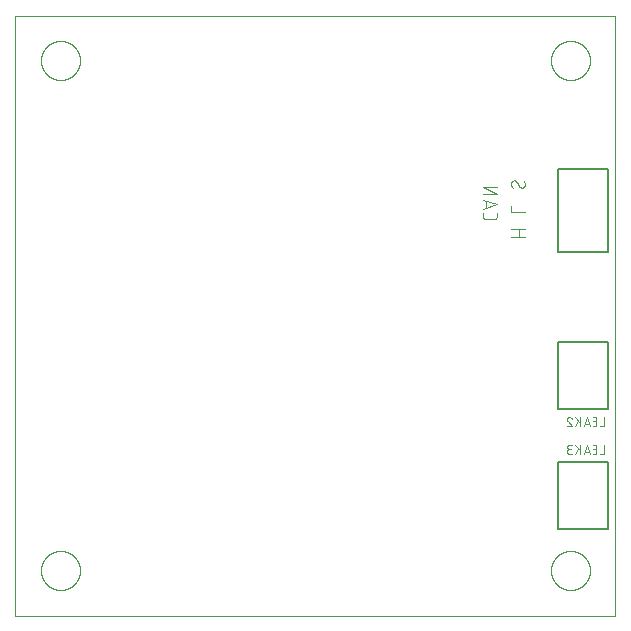
<source format=gbo>
G75*
%MOIN*%
%OFA0B0*%
%FSLAX25Y25*%
%IPPOS*%
%LPD*%
%AMOC8*
5,1,8,0,0,1.08239X$1,22.5*
%
%ADD10C,0.00300*%
%ADD11C,0.00400*%
%ADD12C,0.00000*%
%ADD13C,0.00500*%
D10*
X0270000Y0430000D02*
X0270000Y0630000D01*
X0470000Y0630000D01*
X0470000Y0430000D01*
X0270000Y0430000D01*
X0454675Y0483900D02*
X0455481Y0483900D01*
X0456607Y0483900D02*
X0457574Y0485672D01*
X0458218Y0485028D02*
X0456607Y0486800D01*
X0455481Y0486800D02*
X0454514Y0486800D01*
X0454465Y0486798D01*
X0454416Y0486792D01*
X0454367Y0486783D01*
X0454320Y0486770D01*
X0454273Y0486753D01*
X0454228Y0486733D01*
X0454185Y0486710D01*
X0454143Y0486683D01*
X0454104Y0486653D01*
X0454067Y0486620D01*
X0454033Y0486584D01*
X0454002Y0486546D01*
X0453973Y0486506D01*
X0453948Y0486464D01*
X0453926Y0486419D01*
X0453908Y0486374D01*
X0453893Y0486327D01*
X0453882Y0486279D01*
X0453874Y0486230D01*
X0453870Y0486181D01*
X0453870Y0486131D01*
X0453874Y0486082D01*
X0453882Y0486033D01*
X0453893Y0485985D01*
X0453908Y0485938D01*
X0453926Y0485893D01*
X0453948Y0485848D01*
X0453973Y0485806D01*
X0454002Y0485766D01*
X0454033Y0485728D01*
X0454067Y0485692D01*
X0454104Y0485659D01*
X0454143Y0485629D01*
X0454185Y0485602D01*
X0454228Y0485579D01*
X0454273Y0485559D01*
X0454320Y0485542D01*
X0454367Y0485529D01*
X0454416Y0485520D01*
X0454465Y0485514D01*
X0454514Y0485512D01*
X0454514Y0485511D02*
X0455158Y0485511D01*
X0454675Y0485512D02*
X0454620Y0485510D01*
X0454565Y0485504D01*
X0454511Y0485495D01*
X0454458Y0485482D01*
X0454405Y0485465D01*
X0454354Y0485445D01*
X0454304Y0485422D01*
X0454256Y0485395D01*
X0454210Y0485364D01*
X0454166Y0485331D01*
X0454125Y0485295D01*
X0454086Y0485256D01*
X0454050Y0485215D01*
X0454017Y0485171D01*
X0453986Y0485125D01*
X0453959Y0485077D01*
X0453936Y0485027D01*
X0453916Y0484976D01*
X0453899Y0484923D01*
X0453886Y0484870D01*
X0453877Y0484816D01*
X0453871Y0484761D01*
X0453869Y0484706D01*
X0453871Y0484651D01*
X0453877Y0484596D01*
X0453886Y0484542D01*
X0453899Y0484489D01*
X0453916Y0484436D01*
X0453936Y0484385D01*
X0453959Y0484335D01*
X0453986Y0484287D01*
X0454017Y0484241D01*
X0454050Y0484197D01*
X0454086Y0484156D01*
X0454125Y0484117D01*
X0454166Y0484081D01*
X0454210Y0484048D01*
X0454256Y0484017D01*
X0454304Y0483990D01*
X0454354Y0483967D01*
X0454405Y0483947D01*
X0454458Y0483930D01*
X0454511Y0483917D01*
X0454565Y0483908D01*
X0454620Y0483902D01*
X0454675Y0483900D01*
X0458218Y0483900D02*
X0458218Y0486800D01*
X0460435Y0486800D02*
X0459468Y0483900D01*
X0459710Y0484625D02*
X0461160Y0484625D01*
X0461402Y0483900D02*
X0460435Y0486800D01*
X0462346Y0486800D02*
X0463634Y0486800D01*
X0463634Y0483900D01*
X0462346Y0483900D01*
X0462668Y0485511D02*
X0463634Y0485511D01*
X0464842Y0483900D02*
X0466130Y0483900D01*
X0466130Y0486800D01*
X0466130Y0493200D02*
X0464842Y0493200D01*
X0463634Y0493200D02*
X0463634Y0496100D01*
X0462346Y0496100D01*
X0462668Y0494811D02*
X0463634Y0494811D01*
X0463634Y0493200D02*
X0462346Y0493200D01*
X0461402Y0493200D02*
X0460435Y0496100D01*
X0459468Y0493200D01*
X0459710Y0493925D02*
X0461160Y0493925D01*
X0458218Y0494328D02*
X0456607Y0496100D01*
X0457574Y0494972D02*
X0456607Y0493200D01*
X0455481Y0493200D02*
X0453870Y0493200D01*
X0455481Y0493200D02*
X0454111Y0494811D01*
X0454595Y0496100D02*
X0454654Y0496098D01*
X0454712Y0496093D01*
X0454770Y0496083D01*
X0454827Y0496071D01*
X0454883Y0496054D01*
X0454938Y0496035D01*
X0454992Y0496011D01*
X0455044Y0495985D01*
X0455094Y0495955D01*
X0455143Y0495922D01*
X0455189Y0495886D01*
X0455233Y0495847D01*
X0455274Y0495806D01*
X0455313Y0495762D01*
X0455349Y0495716D01*
X0455381Y0495667D01*
X0455411Y0495617D01*
X0455438Y0495565D01*
X0455461Y0495511D01*
X0455481Y0495456D01*
X0454111Y0494811D02*
X0454074Y0494848D01*
X0454040Y0494888D01*
X0454008Y0494930D01*
X0453980Y0494975D01*
X0453954Y0495021D01*
X0453932Y0495068D01*
X0453913Y0495117D01*
X0453897Y0495167D01*
X0453885Y0495218D01*
X0453876Y0495270D01*
X0453871Y0495322D01*
X0453869Y0495375D01*
X0453870Y0495375D02*
X0453872Y0495427D01*
X0453877Y0495478D01*
X0453887Y0495529D01*
X0453899Y0495579D01*
X0453916Y0495628D01*
X0453936Y0495676D01*
X0453959Y0495722D01*
X0453985Y0495767D01*
X0454015Y0495809D01*
X0454047Y0495850D01*
X0454082Y0495888D01*
X0454120Y0495923D01*
X0454161Y0495955D01*
X0454203Y0495985D01*
X0454248Y0496011D01*
X0454294Y0496034D01*
X0454342Y0496054D01*
X0454391Y0496071D01*
X0454441Y0496083D01*
X0454492Y0496093D01*
X0454543Y0496098D01*
X0454595Y0496100D01*
X0458218Y0496100D02*
X0458218Y0493200D01*
X0466130Y0493200D02*
X0466130Y0496100D01*
D11*
X0439800Y0556222D02*
X0435200Y0556222D01*
X0437756Y0556222D02*
X0437756Y0558778D01*
X0439800Y0558778D02*
X0435200Y0558778D01*
X0435200Y0564603D02*
X0435200Y0566647D01*
X0435200Y0564603D02*
X0439800Y0564603D01*
X0437883Y0573111D02*
X0437117Y0574517D01*
X0435200Y0574006D02*
X0435202Y0573916D01*
X0435207Y0573827D01*
X0435217Y0573738D01*
X0435230Y0573649D01*
X0435246Y0573561D01*
X0435267Y0573473D01*
X0435291Y0573387D01*
X0435318Y0573301D01*
X0435349Y0573217D01*
X0435384Y0573134D01*
X0435422Y0573053D01*
X0435463Y0572973D01*
X0435507Y0572896D01*
X0435555Y0572820D01*
X0435606Y0572746D01*
X0435660Y0572674D01*
X0435717Y0572605D01*
X0435776Y0572537D01*
X0435839Y0572473D01*
X0437116Y0574517D02*
X0437082Y0574571D01*
X0437045Y0574622D01*
X0437005Y0574671D01*
X0436962Y0574718D01*
X0436916Y0574761D01*
X0436868Y0574802D01*
X0436817Y0574840D01*
X0436764Y0574875D01*
X0436709Y0574907D01*
X0436652Y0574935D01*
X0436594Y0574959D01*
X0436534Y0574980D01*
X0436473Y0574997D01*
X0436411Y0575011D01*
X0436348Y0575020D01*
X0436285Y0575026D01*
X0436222Y0575028D01*
X0436160Y0575026D01*
X0436099Y0575021D01*
X0436038Y0575011D01*
X0435977Y0574998D01*
X0435918Y0574982D01*
X0435860Y0574962D01*
X0435803Y0574938D01*
X0435747Y0574911D01*
X0435693Y0574881D01*
X0435641Y0574847D01*
X0435592Y0574811D01*
X0435544Y0574771D01*
X0435499Y0574729D01*
X0435457Y0574684D01*
X0435417Y0574636D01*
X0435381Y0574587D01*
X0435347Y0574535D01*
X0435317Y0574481D01*
X0435290Y0574425D01*
X0435266Y0574368D01*
X0435246Y0574310D01*
X0435230Y0574251D01*
X0435217Y0574190D01*
X0435207Y0574129D01*
X0435202Y0574068D01*
X0435200Y0574006D01*
X0439417Y0574772D02*
X0439465Y0574705D01*
X0439510Y0574637D01*
X0439552Y0574566D01*
X0439590Y0574493D01*
X0439626Y0574419D01*
X0439659Y0574344D01*
X0439688Y0574267D01*
X0439714Y0574189D01*
X0439737Y0574110D01*
X0439756Y0574030D01*
X0439772Y0573949D01*
X0439784Y0573868D01*
X0439793Y0573786D01*
X0439798Y0573704D01*
X0439800Y0573622D01*
X0439798Y0573560D01*
X0439793Y0573499D01*
X0439783Y0573438D01*
X0439770Y0573377D01*
X0439754Y0573318D01*
X0439734Y0573260D01*
X0439710Y0573203D01*
X0439683Y0573147D01*
X0439653Y0573093D01*
X0439619Y0573041D01*
X0439583Y0572992D01*
X0439543Y0572944D01*
X0439501Y0572899D01*
X0439456Y0572857D01*
X0439408Y0572818D01*
X0439359Y0572781D01*
X0439307Y0572747D01*
X0439253Y0572717D01*
X0439197Y0572690D01*
X0439140Y0572666D01*
X0439082Y0572646D01*
X0439023Y0572630D01*
X0438962Y0572617D01*
X0438901Y0572607D01*
X0438840Y0572602D01*
X0438778Y0572600D01*
X0438715Y0572602D01*
X0438652Y0572608D01*
X0438589Y0572617D01*
X0438527Y0572631D01*
X0438466Y0572648D01*
X0438406Y0572669D01*
X0438348Y0572693D01*
X0438291Y0572721D01*
X0438236Y0572753D01*
X0438183Y0572788D01*
X0438132Y0572826D01*
X0438084Y0572867D01*
X0438038Y0572910D01*
X0437995Y0572957D01*
X0437955Y0573006D01*
X0437918Y0573057D01*
X0437884Y0573111D01*
X0430425Y0572984D02*
X0425825Y0572984D01*
X0430425Y0570429D01*
X0425825Y0570429D01*
X0425825Y0568590D02*
X0430425Y0567057D01*
X0425825Y0565523D01*
X0426975Y0565907D02*
X0426975Y0568207D01*
X0425825Y0564060D02*
X0425825Y0563038D01*
X0425827Y0562976D01*
X0425832Y0562915D01*
X0425842Y0562854D01*
X0425855Y0562793D01*
X0425871Y0562734D01*
X0425891Y0562676D01*
X0425915Y0562619D01*
X0425942Y0562563D01*
X0425972Y0562509D01*
X0426006Y0562457D01*
X0426042Y0562408D01*
X0426082Y0562360D01*
X0426124Y0562315D01*
X0426169Y0562273D01*
X0426217Y0562233D01*
X0426266Y0562197D01*
X0426318Y0562163D01*
X0426372Y0562133D01*
X0426428Y0562106D01*
X0426485Y0562082D01*
X0426543Y0562062D01*
X0426602Y0562046D01*
X0426663Y0562033D01*
X0426724Y0562023D01*
X0426785Y0562018D01*
X0426847Y0562016D01*
X0429403Y0562016D01*
X0429465Y0562018D01*
X0429526Y0562023D01*
X0429587Y0562033D01*
X0429648Y0562046D01*
X0429707Y0562062D01*
X0429765Y0562082D01*
X0429822Y0562106D01*
X0429878Y0562133D01*
X0429932Y0562163D01*
X0429984Y0562197D01*
X0430033Y0562233D01*
X0430081Y0562273D01*
X0430126Y0562315D01*
X0430168Y0562360D01*
X0430207Y0562408D01*
X0430244Y0562457D01*
X0430278Y0562509D01*
X0430308Y0562563D01*
X0430335Y0562619D01*
X0430359Y0562676D01*
X0430379Y0562734D01*
X0430395Y0562793D01*
X0430408Y0562854D01*
X0430418Y0562915D01*
X0430423Y0562976D01*
X0430425Y0563038D01*
X0430425Y0564060D01*
D12*
X0448500Y0615000D02*
X0448502Y0615161D01*
X0448508Y0615321D01*
X0448518Y0615482D01*
X0448532Y0615642D01*
X0448550Y0615802D01*
X0448571Y0615961D01*
X0448597Y0616120D01*
X0448627Y0616278D01*
X0448660Y0616435D01*
X0448698Y0616592D01*
X0448739Y0616747D01*
X0448784Y0616901D01*
X0448833Y0617054D01*
X0448886Y0617206D01*
X0448942Y0617357D01*
X0449003Y0617506D01*
X0449066Y0617654D01*
X0449134Y0617800D01*
X0449205Y0617944D01*
X0449279Y0618086D01*
X0449357Y0618227D01*
X0449439Y0618365D01*
X0449524Y0618502D01*
X0449612Y0618636D01*
X0449704Y0618768D01*
X0449799Y0618898D01*
X0449897Y0619026D01*
X0449998Y0619151D01*
X0450102Y0619273D01*
X0450209Y0619393D01*
X0450319Y0619510D01*
X0450432Y0619625D01*
X0450548Y0619736D01*
X0450667Y0619845D01*
X0450788Y0619950D01*
X0450912Y0620053D01*
X0451038Y0620153D01*
X0451166Y0620249D01*
X0451297Y0620342D01*
X0451431Y0620432D01*
X0451566Y0620519D01*
X0451704Y0620602D01*
X0451843Y0620682D01*
X0451985Y0620758D01*
X0452128Y0620831D01*
X0452273Y0620900D01*
X0452420Y0620966D01*
X0452568Y0621028D01*
X0452718Y0621086D01*
X0452869Y0621141D01*
X0453022Y0621192D01*
X0453176Y0621239D01*
X0453331Y0621282D01*
X0453487Y0621321D01*
X0453643Y0621357D01*
X0453801Y0621388D01*
X0453959Y0621416D01*
X0454118Y0621440D01*
X0454278Y0621460D01*
X0454438Y0621476D01*
X0454598Y0621488D01*
X0454759Y0621496D01*
X0454920Y0621500D01*
X0455080Y0621500D01*
X0455241Y0621496D01*
X0455402Y0621488D01*
X0455562Y0621476D01*
X0455722Y0621460D01*
X0455882Y0621440D01*
X0456041Y0621416D01*
X0456199Y0621388D01*
X0456357Y0621357D01*
X0456513Y0621321D01*
X0456669Y0621282D01*
X0456824Y0621239D01*
X0456978Y0621192D01*
X0457131Y0621141D01*
X0457282Y0621086D01*
X0457432Y0621028D01*
X0457580Y0620966D01*
X0457727Y0620900D01*
X0457872Y0620831D01*
X0458015Y0620758D01*
X0458157Y0620682D01*
X0458296Y0620602D01*
X0458434Y0620519D01*
X0458569Y0620432D01*
X0458703Y0620342D01*
X0458834Y0620249D01*
X0458962Y0620153D01*
X0459088Y0620053D01*
X0459212Y0619950D01*
X0459333Y0619845D01*
X0459452Y0619736D01*
X0459568Y0619625D01*
X0459681Y0619510D01*
X0459791Y0619393D01*
X0459898Y0619273D01*
X0460002Y0619151D01*
X0460103Y0619026D01*
X0460201Y0618898D01*
X0460296Y0618768D01*
X0460388Y0618636D01*
X0460476Y0618502D01*
X0460561Y0618365D01*
X0460643Y0618227D01*
X0460721Y0618086D01*
X0460795Y0617944D01*
X0460866Y0617800D01*
X0460934Y0617654D01*
X0460997Y0617506D01*
X0461058Y0617357D01*
X0461114Y0617206D01*
X0461167Y0617054D01*
X0461216Y0616901D01*
X0461261Y0616747D01*
X0461302Y0616592D01*
X0461340Y0616435D01*
X0461373Y0616278D01*
X0461403Y0616120D01*
X0461429Y0615961D01*
X0461450Y0615802D01*
X0461468Y0615642D01*
X0461482Y0615482D01*
X0461492Y0615321D01*
X0461498Y0615161D01*
X0461500Y0615000D01*
X0461498Y0614839D01*
X0461492Y0614679D01*
X0461482Y0614518D01*
X0461468Y0614358D01*
X0461450Y0614198D01*
X0461429Y0614039D01*
X0461403Y0613880D01*
X0461373Y0613722D01*
X0461340Y0613565D01*
X0461302Y0613408D01*
X0461261Y0613253D01*
X0461216Y0613099D01*
X0461167Y0612946D01*
X0461114Y0612794D01*
X0461058Y0612643D01*
X0460997Y0612494D01*
X0460934Y0612346D01*
X0460866Y0612200D01*
X0460795Y0612056D01*
X0460721Y0611914D01*
X0460643Y0611773D01*
X0460561Y0611635D01*
X0460476Y0611498D01*
X0460388Y0611364D01*
X0460296Y0611232D01*
X0460201Y0611102D01*
X0460103Y0610974D01*
X0460002Y0610849D01*
X0459898Y0610727D01*
X0459791Y0610607D01*
X0459681Y0610490D01*
X0459568Y0610375D01*
X0459452Y0610264D01*
X0459333Y0610155D01*
X0459212Y0610050D01*
X0459088Y0609947D01*
X0458962Y0609847D01*
X0458834Y0609751D01*
X0458703Y0609658D01*
X0458569Y0609568D01*
X0458434Y0609481D01*
X0458296Y0609398D01*
X0458157Y0609318D01*
X0458015Y0609242D01*
X0457872Y0609169D01*
X0457727Y0609100D01*
X0457580Y0609034D01*
X0457432Y0608972D01*
X0457282Y0608914D01*
X0457131Y0608859D01*
X0456978Y0608808D01*
X0456824Y0608761D01*
X0456669Y0608718D01*
X0456513Y0608679D01*
X0456357Y0608643D01*
X0456199Y0608612D01*
X0456041Y0608584D01*
X0455882Y0608560D01*
X0455722Y0608540D01*
X0455562Y0608524D01*
X0455402Y0608512D01*
X0455241Y0608504D01*
X0455080Y0608500D01*
X0454920Y0608500D01*
X0454759Y0608504D01*
X0454598Y0608512D01*
X0454438Y0608524D01*
X0454278Y0608540D01*
X0454118Y0608560D01*
X0453959Y0608584D01*
X0453801Y0608612D01*
X0453643Y0608643D01*
X0453487Y0608679D01*
X0453331Y0608718D01*
X0453176Y0608761D01*
X0453022Y0608808D01*
X0452869Y0608859D01*
X0452718Y0608914D01*
X0452568Y0608972D01*
X0452420Y0609034D01*
X0452273Y0609100D01*
X0452128Y0609169D01*
X0451985Y0609242D01*
X0451843Y0609318D01*
X0451704Y0609398D01*
X0451566Y0609481D01*
X0451431Y0609568D01*
X0451297Y0609658D01*
X0451166Y0609751D01*
X0451038Y0609847D01*
X0450912Y0609947D01*
X0450788Y0610050D01*
X0450667Y0610155D01*
X0450548Y0610264D01*
X0450432Y0610375D01*
X0450319Y0610490D01*
X0450209Y0610607D01*
X0450102Y0610727D01*
X0449998Y0610849D01*
X0449897Y0610974D01*
X0449799Y0611102D01*
X0449704Y0611232D01*
X0449612Y0611364D01*
X0449524Y0611498D01*
X0449439Y0611635D01*
X0449357Y0611773D01*
X0449279Y0611914D01*
X0449205Y0612056D01*
X0449134Y0612200D01*
X0449066Y0612346D01*
X0449003Y0612494D01*
X0448942Y0612643D01*
X0448886Y0612794D01*
X0448833Y0612946D01*
X0448784Y0613099D01*
X0448739Y0613253D01*
X0448698Y0613408D01*
X0448660Y0613565D01*
X0448627Y0613722D01*
X0448597Y0613880D01*
X0448571Y0614039D01*
X0448550Y0614198D01*
X0448532Y0614358D01*
X0448518Y0614518D01*
X0448508Y0614679D01*
X0448502Y0614839D01*
X0448500Y0615000D01*
X0448500Y0445000D02*
X0448502Y0445161D01*
X0448508Y0445321D01*
X0448518Y0445482D01*
X0448532Y0445642D01*
X0448550Y0445802D01*
X0448571Y0445961D01*
X0448597Y0446120D01*
X0448627Y0446278D01*
X0448660Y0446435D01*
X0448698Y0446592D01*
X0448739Y0446747D01*
X0448784Y0446901D01*
X0448833Y0447054D01*
X0448886Y0447206D01*
X0448942Y0447357D01*
X0449003Y0447506D01*
X0449066Y0447654D01*
X0449134Y0447800D01*
X0449205Y0447944D01*
X0449279Y0448086D01*
X0449357Y0448227D01*
X0449439Y0448365D01*
X0449524Y0448502D01*
X0449612Y0448636D01*
X0449704Y0448768D01*
X0449799Y0448898D01*
X0449897Y0449026D01*
X0449998Y0449151D01*
X0450102Y0449273D01*
X0450209Y0449393D01*
X0450319Y0449510D01*
X0450432Y0449625D01*
X0450548Y0449736D01*
X0450667Y0449845D01*
X0450788Y0449950D01*
X0450912Y0450053D01*
X0451038Y0450153D01*
X0451166Y0450249D01*
X0451297Y0450342D01*
X0451431Y0450432D01*
X0451566Y0450519D01*
X0451704Y0450602D01*
X0451843Y0450682D01*
X0451985Y0450758D01*
X0452128Y0450831D01*
X0452273Y0450900D01*
X0452420Y0450966D01*
X0452568Y0451028D01*
X0452718Y0451086D01*
X0452869Y0451141D01*
X0453022Y0451192D01*
X0453176Y0451239D01*
X0453331Y0451282D01*
X0453487Y0451321D01*
X0453643Y0451357D01*
X0453801Y0451388D01*
X0453959Y0451416D01*
X0454118Y0451440D01*
X0454278Y0451460D01*
X0454438Y0451476D01*
X0454598Y0451488D01*
X0454759Y0451496D01*
X0454920Y0451500D01*
X0455080Y0451500D01*
X0455241Y0451496D01*
X0455402Y0451488D01*
X0455562Y0451476D01*
X0455722Y0451460D01*
X0455882Y0451440D01*
X0456041Y0451416D01*
X0456199Y0451388D01*
X0456357Y0451357D01*
X0456513Y0451321D01*
X0456669Y0451282D01*
X0456824Y0451239D01*
X0456978Y0451192D01*
X0457131Y0451141D01*
X0457282Y0451086D01*
X0457432Y0451028D01*
X0457580Y0450966D01*
X0457727Y0450900D01*
X0457872Y0450831D01*
X0458015Y0450758D01*
X0458157Y0450682D01*
X0458296Y0450602D01*
X0458434Y0450519D01*
X0458569Y0450432D01*
X0458703Y0450342D01*
X0458834Y0450249D01*
X0458962Y0450153D01*
X0459088Y0450053D01*
X0459212Y0449950D01*
X0459333Y0449845D01*
X0459452Y0449736D01*
X0459568Y0449625D01*
X0459681Y0449510D01*
X0459791Y0449393D01*
X0459898Y0449273D01*
X0460002Y0449151D01*
X0460103Y0449026D01*
X0460201Y0448898D01*
X0460296Y0448768D01*
X0460388Y0448636D01*
X0460476Y0448502D01*
X0460561Y0448365D01*
X0460643Y0448227D01*
X0460721Y0448086D01*
X0460795Y0447944D01*
X0460866Y0447800D01*
X0460934Y0447654D01*
X0460997Y0447506D01*
X0461058Y0447357D01*
X0461114Y0447206D01*
X0461167Y0447054D01*
X0461216Y0446901D01*
X0461261Y0446747D01*
X0461302Y0446592D01*
X0461340Y0446435D01*
X0461373Y0446278D01*
X0461403Y0446120D01*
X0461429Y0445961D01*
X0461450Y0445802D01*
X0461468Y0445642D01*
X0461482Y0445482D01*
X0461492Y0445321D01*
X0461498Y0445161D01*
X0461500Y0445000D01*
X0461498Y0444839D01*
X0461492Y0444679D01*
X0461482Y0444518D01*
X0461468Y0444358D01*
X0461450Y0444198D01*
X0461429Y0444039D01*
X0461403Y0443880D01*
X0461373Y0443722D01*
X0461340Y0443565D01*
X0461302Y0443408D01*
X0461261Y0443253D01*
X0461216Y0443099D01*
X0461167Y0442946D01*
X0461114Y0442794D01*
X0461058Y0442643D01*
X0460997Y0442494D01*
X0460934Y0442346D01*
X0460866Y0442200D01*
X0460795Y0442056D01*
X0460721Y0441914D01*
X0460643Y0441773D01*
X0460561Y0441635D01*
X0460476Y0441498D01*
X0460388Y0441364D01*
X0460296Y0441232D01*
X0460201Y0441102D01*
X0460103Y0440974D01*
X0460002Y0440849D01*
X0459898Y0440727D01*
X0459791Y0440607D01*
X0459681Y0440490D01*
X0459568Y0440375D01*
X0459452Y0440264D01*
X0459333Y0440155D01*
X0459212Y0440050D01*
X0459088Y0439947D01*
X0458962Y0439847D01*
X0458834Y0439751D01*
X0458703Y0439658D01*
X0458569Y0439568D01*
X0458434Y0439481D01*
X0458296Y0439398D01*
X0458157Y0439318D01*
X0458015Y0439242D01*
X0457872Y0439169D01*
X0457727Y0439100D01*
X0457580Y0439034D01*
X0457432Y0438972D01*
X0457282Y0438914D01*
X0457131Y0438859D01*
X0456978Y0438808D01*
X0456824Y0438761D01*
X0456669Y0438718D01*
X0456513Y0438679D01*
X0456357Y0438643D01*
X0456199Y0438612D01*
X0456041Y0438584D01*
X0455882Y0438560D01*
X0455722Y0438540D01*
X0455562Y0438524D01*
X0455402Y0438512D01*
X0455241Y0438504D01*
X0455080Y0438500D01*
X0454920Y0438500D01*
X0454759Y0438504D01*
X0454598Y0438512D01*
X0454438Y0438524D01*
X0454278Y0438540D01*
X0454118Y0438560D01*
X0453959Y0438584D01*
X0453801Y0438612D01*
X0453643Y0438643D01*
X0453487Y0438679D01*
X0453331Y0438718D01*
X0453176Y0438761D01*
X0453022Y0438808D01*
X0452869Y0438859D01*
X0452718Y0438914D01*
X0452568Y0438972D01*
X0452420Y0439034D01*
X0452273Y0439100D01*
X0452128Y0439169D01*
X0451985Y0439242D01*
X0451843Y0439318D01*
X0451704Y0439398D01*
X0451566Y0439481D01*
X0451431Y0439568D01*
X0451297Y0439658D01*
X0451166Y0439751D01*
X0451038Y0439847D01*
X0450912Y0439947D01*
X0450788Y0440050D01*
X0450667Y0440155D01*
X0450548Y0440264D01*
X0450432Y0440375D01*
X0450319Y0440490D01*
X0450209Y0440607D01*
X0450102Y0440727D01*
X0449998Y0440849D01*
X0449897Y0440974D01*
X0449799Y0441102D01*
X0449704Y0441232D01*
X0449612Y0441364D01*
X0449524Y0441498D01*
X0449439Y0441635D01*
X0449357Y0441773D01*
X0449279Y0441914D01*
X0449205Y0442056D01*
X0449134Y0442200D01*
X0449066Y0442346D01*
X0449003Y0442494D01*
X0448942Y0442643D01*
X0448886Y0442794D01*
X0448833Y0442946D01*
X0448784Y0443099D01*
X0448739Y0443253D01*
X0448698Y0443408D01*
X0448660Y0443565D01*
X0448627Y0443722D01*
X0448597Y0443880D01*
X0448571Y0444039D01*
X0448550Y0444198D01*
X0448532Y0444358D01*
X0448518Y0444518D01*
X0448508Y0444679D01*
X0448502Y0444839D01*
X0448500Y0445000D01*
X0278500Y0445000D02*
X0278502Y0445161D01*
X0278508Y0445321D01*
X0278518Y0445482D01*
X0278532Y0445642D01*
X0278550Y0445802D01*
X0278571Y0445961D01*
X0278597Y0446120D01*
X0278627Y0446278D01*
X0278660Y0446435D01*
X0278698Y0446592D01*
X0278739Y0446747D01*
X0278784Y0446901D01*
X0278833Y0447054D01*
X0278886Y0447206D01*
X0278942Y0447357D01*
X0279003Y0447506D01*
X0279066Y0447654D01*
X0279134Y0447800D01*
X0279205Y0447944D01*
X0279279Y0448086D01*
X0279357Y0448227D01*
X0279439Y0448365D01*
X0279524Y0448502D01*
X0279612Y0448636D01*
X0279704Y0448768D01*
X0279799Y0448898D01*
X0279897Y0449026D01*
X0279998Y0449151D01*
X0280102Y0449273D01*
X0280209Y0449393D01*
X0280319Y0449510D01*
X0280432Y0449625D01*
X0280548Y0449736D01*
X0280667Y0449845D01*
X0280788Y0449950D01*
X0280912Y0450053D01*
X0281038Y0450153D01*
X0281166Y0450249D01*
X0281297Y0450342D01*
X0281431Y0450432D01*
X0281566Y0450519D01*
X0281704Y0450602D01*
X0281843Y0450682D01*
X0281985Y0450758D01*
X0282128Y0450831D01*
X0282273Y0450900D01*
X0282420Y0450966D01*
X0282568Y0451028D01*
X0282718Y0451086D01*
X0282869Y0451141D01*
X0283022Y0451192D01*
X0283176Y0451239D01*
X0283331Y0451282D01*
X0283487Y0451321D01*
X0283643Y0451357D01*
X0283801Y0451388D01*
X0283959Y0451416D01*
X0284118Y0451440D01*
X0284278Y0451460D01*
X0284438Y0451476D01*
X0284598Y0451488D01*
X0284759Y0451496D01*
X0284920Y0451500D01*
X0285080Y0451500D01*
X0285241Y0451496D01*
X0285402Y0451488D01*
X0285562Y0451476D01*
X0285722Y0451460D01*
X0285882Y0451440D01*
X0286041Y0451416D01*
X0286199Y0451388D01*
X0286357Y0451357D01*
X0286513Y0451321D01*
X0286669Y0451282D01*
X0286824Y0451239D01*
X0286978Y0451192D01*
X0287131Y0451141D01*
X0287282Y0451086D01*
X0287432Y0451028D01*
X0287580Y0450966D01*
X0287727Y0450900D01*
X0287872Y0450831D01*
X0288015Y0450758D01*
X0288157Y0450682D01*
X0288296Y0450602D01*
X0288434Y0450519D01*
X0288569Y0450432D01*
X0288703Y0450342D01*
X0288834Y0450249D01*
X0288962Y0450153D01*
X0289088Y0450053D01*
X0289212Y0449950D01*
X0289333Y0449845D01*
X0289452Y0449736D01*
X0289568Y0449625D01*
X0289681Y0449510D01*
X0289791Y0449393D01*
X0289898Y0449273D01*
X0290002Y0449151D01*
X0290103Y0449026D01*
X0290201Y0448898D01*
X0290296Y0448768D01*
X0290388Y0448636D01*
X0290476Y0448502D01*
X0290561Y0448365D01*
X0290643Y0448227D01*
X0290721Y0448086D01*
X0290795Y0447944D01*
X0290866Y0447800D01*
X0290934Y0447654D01*
X0290997Y0447506D01*
X0291058Y0447357D01*
X0291114Y0447206D01*
X0291167Y0447054D01*
X0291216Y0446901D01*
X0291261Y0446747D01*
X0291302Y0446592D01*
X0291340Y0446435D01*
X0291373Y0446278D01*
X0291403Y0446120D01*
X0291429Y0445961D01*
X0291450Y0445802D01*
X0291468Y0445642D01*
X0291482Y0445482D01*
X0291492Y0445321D01*
X0291498Y0445161D01*
X0291500Y0445000D01*
X0291498Y0444839D01*
X0291492Y0444679D01*
X0291482Y0444518D01*
X0291468Y0444358D01*
X0291450Y0444198D01*
X0291429Y0444039D01*
X0291403Y0443880D01*
X0291373Y0443722D01*
X0291340Y0443565D01*
X0291302Y0443408D01*
X0291261Y0443253D01*
X0291216Y0443099D01*
X0291167Y0442946D01*
X0291114Y0442794D01*
X0291058Y0442643D01*
X0290997Y0442494D01*
X0290934Y0442346D01*
X0290866Y0442200D01*
X0290795Y0442056D01*
X0290721Y0441914D01*
X0290643Y0441773D01*
X0290561Y0441635D01*
X0290476Y0441498D01*
X0290388Y0441364D01*
X0290296Y0441232D01*
X0290201Y0441102D01*
X0290103Y0440974D01*
X0290002Y0440849D01*
X0289898Y0440727D01*
X0289791Y0440607D01*
X0289681Y0440490D01*
X0289568Y0440375D01*
X0289452Y0440264D01*
X0289333Y0440155D01*
X0289212Y0440050D01*
X0289088Y0439947D01*
X0288962Y0439847D01*
X0288834Y0439751D01*
X0288703Y0439658D01*
X0288569Y0439568D01*
X0288434Y0439481D01*
X0288296Y0439398D01*
X0288157Y0439318D01*
X0288015Y0439242D01*
X0287872Y0439169D01*
X0287727Y0439100D01*
X0287580Y0439034D01*
X0287432Y0438972D01*
X0287282Y0438914D01*
X0287131Y0438859D01*
X0286978Y0438808D01*
X0286824Y0438761D01*
X0286669Y0438718D01*
X0286513Y0438679D01*
X0286357Y0438643D01*
X0286199Y0438612D01*
X0286041Y0438584D01*
X0285882Y0438560D01*
X0285722Y0438540D01*
X0285562Y0438524D01*
X0285402Y0438512D01*
X0285241Y0438504D01*
X0285080Y0438500D01*
X0284920Y0438500D01*
X0284759Y0438504D01*
X0284598Y0438512D01*
X0284438Y0438524D01*
X0284278Y0438540D01*
X0284118Y0438560D01*
X0283959Y0438584D01*
X0283801Y0438612D01*
X0283643Y0438643D01*
X0283487Y0438679D01*
X0283331Y0438718D01*
X0283176Y0438761D01*
X0283022Y0438808D01*
X0282869Y0438859D01*
X0282718Y0438914D01*
X0282568Y0438972D01*
X0282420Y0439034D01*
X0282273Y0439100D01*
X0282128Y0439169D01*
X0281985Y0439242D01*
X0281843Y0439318D01*
X0281704Y0439398D01*
X0281566Y0439481D01*
X0281431Y0439568D01*
X0281297Y0439658D01*
X0281166Y0439751D01*
X0281038Y0439847D01*
X0280912Y0439947D01*
X0280788Y0440050D01*
X0280667Y0440155D01*
X0280548Y0440264D01*
X0280432Y0440375D01*
X0280319Y0440490D01*
X0280209Y0440607D01*
X0280102Y0440727D01*
X0279998Y0440849D01*
X0279897Y0440974D01*
X0279799Y0441102D01*
X0279704Y0441232D01*
X0279612Y0441364D01*
X0279524Y0441498D01*
X0279439Y0441635D01*
X0279357Y0441773D01*
X0279279Y0441914D01*
X0279205Y0442056D01*
X0279134Y0442200D01*
X0279066Y0442346D01*
X0279003Y0442494D01*
X0278942Y0442643D01*
X0278886Y0442794D01*
X0278833Y0442946D01*
X0278784Y0443099D01*
X0278739Y0443253D01*
X0278698Y0443408D01*
X0278660Y0443565D01*
X0278627Y0443722D01*
X0278597Y0443880D01*
X0278571Y0444039D01*
X0278550Y0444198D01*
X0278532Y0444358D01*
X0278518Y0444518D01*
X0278508Y0444679D01*
X0278502Y0444839D01*
X0278500Y0445000D01*
X0278500Y0615000D02*
X0278502Y0615161D01*
X0278508Y0615321D01*
X0278518Y0615482D01*
X0278532Y0615642D01*
X0278550Y0615802D01*
X0278571Y0615961D01*
X0278597Y0616120D01*
X0278627Y0616278D01*
X0278660Y0616435D01*
X0278698Y0616592D01*
X0278739Y0616747D01*
X0278784Y0616901D01*
X0278833Y0617054D01*
X0278886Y0617206D01*
X0278942Y0617357D01*
X0279003Y0617506D01*
X0279066Y0617654D01*
X0279134Y0617800D01*
X0279205Y0617944D01*
X0279279Y0618086D01*
X0279357Y0618227D01*
X0279439Y0618365D01*
X0279524Y0618502D01*
X0279612Y0618636D01*
X0279704Y0618768D01*
X0279799Y0618898D01*
X0279897Y0619026D01*
X0279998Y0619151D01*
X0280102Y0619273D01*
X0280209Y0619393D01*
X0280319Y0619510D01*
X0280432Y0619625D01*
X0280548Y0619736D01*
X0280667Y0619845D01*
X0280788Y0619950D01*
X0280912Y0620053D01*
X0281038Y0620153D01*
X0281166Y0620249D01*
X0281297Y0620342D01*
X0281431Y0620432D01*
X0281566Y0620519D01*
X0281704Y0620602D01*
X0281843Y0620682D01*
X0281985Y0620758D01*
X0282128Y0620831D01*
X0282273Y0620900D01*
X0282420Y0620966D01*
X0282568Y0621028D01*
X0282718Y0621086D01*
X0282869Y0621141D01*
X0283022Y0621192D01*
X0283176Y0621239D01*
X0283331Y0621282D01*
X0283487Y0621321D01*
X0283643Y0621357D01*
X0283801Y0621388D01*
X0283959Y0621416D01*
X0284118Y0621440D01*
X0284278Y0621460D01*
X0284438Y0621476D01*
X0284598Y0621488D01*
X0284759Y0621496D01*
X0284920Y0621500D01*
X0285080Y0621500D01*
X0285241Y0621496D01*
X0285402Y0621488D01*
X0285562Y0621476D01*
X0285722Y0621460D01*
X0285882Y0621440D01*
X0286041Y0621416D01*
X0286199Y0621388D01*
X0286357Y0621357D01*
X0286513Y0621321D01*
X0286669Y0621282D01*
X0286824Y0621239D01*
X0286978Y0621192D01*
X0287131Y0621141D01*
X0287282Y0621086D01*
X0287432Y0621028D01*
X0287580Y0620966D01*
X0287727Y0620900D01*
X0287872Y0620831D01*
X0288015Y0620758D01*
X0288157Y0620682D01*
X0288296Y0620602D01*
X0288434Y0620519D01*
X0288569Y0620432D01*
X0288703Y0620342D01*
X0288834Y0620249D01*
X0288962Y0620153D01*
X0289088Y0620053D01*
X0289212Y0619950D01*
X0289333Y0619845D01*
X0289452Y0619736D01*
X0289568Y0619625D01*
X0289681Y0619510D01*
X0289791Y0619393D01*
X0289898Y0619273D01*
X0290002Y0619151D01*
X0290103Y0619026D01*
X0290201Y0618898D01*
X0290296Y0618768D01*
X0290388Y0618636D01*
X0290476Y0618502D01*
X0290561Y0618365D01*
X0290643Y0618227D01*
X0290721Y0618086D01*
X0290795Y0617944D01*
X0290866Y0617800D01*
X0290934Y0617654D01*
X0290997Y0617506D01*
X0291058Y0617357D01*
X0291114Y0617206D01*
X0291167Y0617054D01*
X0291216Y0616901D01*
X0291261Y0616747D01*
X0291302Y0616592D01*
X0291340Y0616435D01*
X0291373Y0616278D01*
X0291403Y0616120D01*
X0291429Y0615961D01*
X0291450Y0615802D01*
X0291468Y0615642D01*
X0291482Y0615482D01*
X0291492Y0615321D01*
X0291498Y0615161D01*
X0291500Y0615000D01*
X0291498Y0614839D01*
X0291492Y0614679D01*
X0291482Y0614518D01*
X0291468Y0614358D01*
X0291450Y0614198D01*
X0291429Y0614039D01*
X0291403Y0613880D01*
X0291373Y0613722D01*
X0291340Y0613565D01*
X0291302Y0613408D01*
X0291261Y0613253D01*
X0291216Y0613099D01*
X0291167Y0612946D01*
X0291114Y0612794D01*
X0291058Y0612643D01*
X0290997Y0612494D01*
X0290934Y0612346D01*
X0290866Y0612200D01*
X0290795Y0612056D01*
X0290721Y0611914D01*
X0290643Y0611773D01*
X0290561Y0611635D01*
X0290476Y0611498D01*
X0290388Y0611364D01*
X0290296Y0611232D01*
X0290201Y0611102D01*
X0290103Y0610974D01*
X0290002Y0610849D01*
X0289898Y0610727D01*
X0289791Y0610607D01*
X0289681Y0610490D01*
X0289568Y0610375D01*
X0289452Y0610264D01*
X0289333Y0610155D01*
X0289212Y0610050D01*
X0289088Y0609947D01*
X0288962Y0609847D01*
X0288834Y0609751D01*
X0288703Y0609658D01*
X0288569Y0609568D01*
X0288434Y0609481D01*
X0288296Y0609398D01*
X0288157Y0609318D01*
X0288015Y0609242D01*
X0287872Y0609169D01*
X0287727Y0609100D01*
X0287580Y0609034D01*
X0287432Y0608972D01*
X0287282Y0608914D01*
X0287131Y0608859D01*
X0286978Y0608808D01*
X0286824Y0608761D01*
X0286669Y0608718D01*
X0286513Y0608679D01*
X0286357Y0608643D01*
X0286199Y0608612D01*
X0286041Y0608584D01*
X0285882Y0608560D01*
X0285722Y0608540D01*
X0285562Y0608524D01*
X0285402Y0608512D01*
X0285241Y0608504D01*
X0285080Y0608500D01*
X0284920Y0608500D01*
X0284759Y0608504D01*
X0284598Y0608512D01*
X0284438Y0608524D01*
X0284278Y0608540D01*
X0284118Y0608560D01*
X0283959Y0608584D01*
X0283801Y0608612D01*
X0283643Y0608643D01*
X0283487Y0608679D01*
X0283331Y0608718D01*
X0283176Y0608761D01*
X0283022Y0608808D01*
X0282869Y0608859D01*
X0282718Y0608914D01*
X0282568Y0608972D01*
X0282420Y0609034D01*
X0282273Y0609100D01*
X0282128Y0609169D01*
X0281985Y0609242D01*
X0281843Y0609318D01*
X0281704Y0609398D01*
X0281566Y0609481D01*
X0281431Y0609568D01*
X0281297Y0609658D01*
X0281166Y0609751D01*
X0281038Y0609847D01*
X0280912Y0609947D01*
X0280788Y0610050D01*
X0280667Y0610155D01*
X0280548Y0610264D01*
X0280432Y0610375D01*
X0280319Y0610490D01*
X0280209Y0610607D01*
X0280102Y0610727D01*
X0279998Y0610849D01*
X0279897Y0610974D01*
X0279799Y0611102D01*
X0279704Y0611232D01*
X0279612Y0611364D01*
X0279524Y0611498D01*
X0279439Y0611635D01*
X0279357Y0611773D01*
X0279279Y0611914D01*
X0279205Y0612056D01*
X0279134Y0612200D01*
X0279066Y0612346D01*
X0279003Y0612494D01*
X0278942Y0612643D01*
X0278886Y0612794D01*
X0278833Y0612946D01*
X0278784Y0613099D01*
X0278739Y0613253D01*
X0278698Y0613408D01*
X0278660Y0613565D01*
X0278627Y0613722D01*
X0278597Y0613880D01*
X0278571Y0614039D01*
X0278550Y0614198D01*
X0278532Y0614358D01*
X0278518Y0614518D01*
X0278508Y0614679D01*
X0278502Y0614839D01*
X0278500Y0615000D01*
D13*
X0450922Y0578780D02*
X0450922Y0551220D01*
X0467655Y0551220D01*
X0467655Y0578780D01*
X0450922Y0578780D01*
X0450797Y0521319D02*
X0450797Y0498681D01*
X0467530Y0498681D01*
X0467530Y0521319D01*
X0450797Y0521319D01*
X0450797Y0481319D02*
X0450797Y0458681D01*
X0467530Y0458681D01*
X0467530Y0481319D01*
X0450797Y0481319D01*
M02*

</source>
